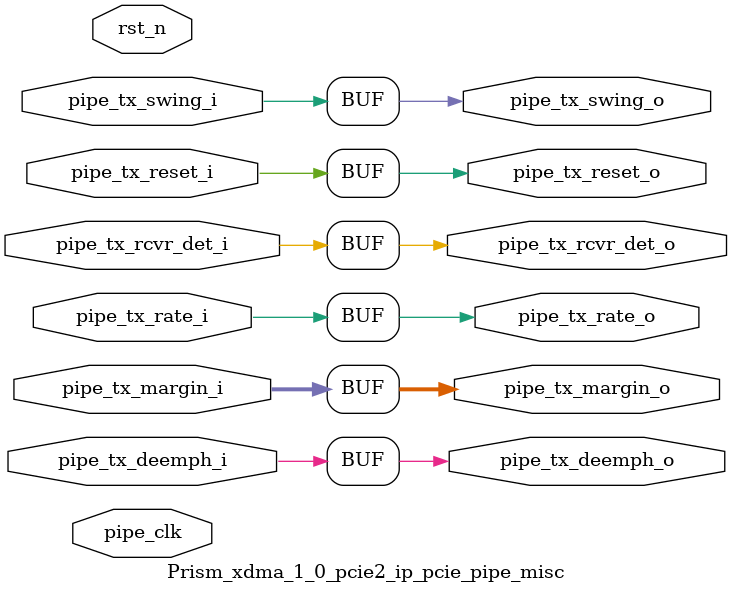
<source format=v>

`timescale 1ps/1ps

(* DowngradeIPIdentifiedWarnings = "yes" *)
module Prism_xdma_1_0_pcie2_ip_pcie_pipe_misc #
(
    parameter        PIPE_PIPELINE_STAGES = 0,    // 0 - 0 stages, 1 - 1 stage, 2 - 2 stages
    parameter TCQ  = 1 // synthesis warning solved: parameter declaration becomes local
)
(

    input   wire        pipe_tx_rcvr_det_i       ,     // PIPE Tx Receiver Detect
    input   wire        pipe_tx_reset_i          ,     // PIPE Tx Reset
    input   wire        pipe_tx_rate_i           ,     // PIPE Tx Rate
    input   wire        pipe_tx_deemph_i         ,     // PIPE Tx Deemphasis
    input   wire [2:0]  pipe_tx_margin_i         ,     // PIPE Tx Margin
    input   wire        pipe_tx_swing_i          ,     // PIPE Tx Swing

    output  wire        pipe_tx_rcvr_det_o       ,     // Pipelined PIPE Tx Receiver Detect
    output  wire        pipe_tx_reset_o          ,     // Pipelined PIPE Tx Reset
    output  wire        pipe_tx_rate_o           ,     // Pipelined PIPE Tx Rate
    output  wire        pipe_tx_deemph_o         ,     // Pipelined PIPE Tx Deemphasis
    output  wire [2:0]  pipe_tx_margin_o         ,     // Pipelined PIPE Tx Margin
    output  wire        pipe_tx_swing_o          ,     // Pipelined PIPE Tx Swing

    input   wire        pipe_clk                ,      // PIPE Clock
    input   wire        rst_n                          // Reset
);

//******************************************************************//
// Reality check.                                                   //
//******************************************************************//

//    parameter TCQ  = 1;      // clock to out delay model

    generate

    if (PIPE_PIPELINE_STAGES == 0) begin : pipe_stages_0

        assign pipe_tx_rcvr_det_o = pipe_tx_rcvr_det_i;
        assign pipe_tx_reset_o  = pipe_tx_reset_i;
        assign pipe_tx_rate_o = pipe_tx_rate_i;
        assign pipe_tx_deemph_o = pipe_tx_deemph_i;
        assign pipe_tx_margin_o = pipe_tx_margin_i;
        assign pipe_tx_swing_o = pipe_tx_swing_i;

    end // if (PIPE_PIPELINE_STAGES == 0)
    else if (PIPE_PIPELINE_STAGES == 1) begin : pipe_stages_1

    reg                pipe_tx_rcvr_det_q       ;
    reg                pipe_tx_reset_q          ;
    reg                pipe_tx_rate_q           ;
    reg                pipe_tx_deemph_q         ;
    reg [2:0]          pipe_tx_margin_q         ;
    reg                pipe_tx_swing_q          ;

        always @(posedge pipe_clk) begin

        if (rst_n)
        begin

            pipe_tx_rcvr_det_q <= #TCQ 0;
            pipe_tx_reset_q  <= #TCQ 1'b1;
            pipe_tx_rate_q <= #TCQ 0;
            pipe_tx_deemph_q <= #TCQ 1'b1;
            pipe_tx_margin_q <= #TCQ 0;
            pipe_tx_swing_q <= #TCQ 0;

        end
        else
        begin

            pipe_tx_rcvr_det_q <= #TCQ pipe_tx_rcvr_det_i;
            pipe_tx_reset_q  <= #TCQ pipe_tx_reset_i;
            pipe_tx_rate_q <= #TCQ pipe_tx_rate_i;
            pipe_tx_deemph_q <= #TCQ pipe_tx_deemph_i;
            pipe_tx_margin_q <= #TCQ pipe_tx_margin_i;
            pipe_tx_swing_q <= #TCQ pipe_tx_swing_i;

          end

        end

        assign pipe_tx_rcvr_det_o = pipe_tx_rcvr_det_q;
        assign pipe_tx_reset_o  = pipe_tx_reset_q;
        assign pipe_tx_rate_o = pipe_tx_rate_q;
        assign pipe_tx_deemph_o = pipe_tx_deemph_q;
        assign pipe_tx_margin_o = pipe_tx_margin_q;
        assign pipe_tx_swing_o = pipe_tx_swing_q;

    end // if (PIPE_PIPELINE_STAGES == 1)
    else if (PIPE_PIPELINE_STAGES == 2) begin : pipe_stages_2

    reg                pipe_tx_rcvr_det_q       ;
    reg                pipe_tx_reset_q          ;
    reg                pipe_tx_rate_q           ;
    reg                pipe_tx_deemph_q         ;
    reg [2:0]          pipe_tx_margin_q         ;
    reg                pipe_tx_swing_q          ;

    reg                pipe_tx_rcvr_det_qq      ;
    reg                pipe_tx_reset_qq         ;
    reg                pipe_tx_rate_qq          ;
    reg                pipe_tx_deemph_qq        ;
    reg [2:0]          pipe_tx_margin_qq        ;
    reg                pipe_tx_swing_qq         ;

        always @(posedge pipe_clk) begin

        if (rst_n)
        begin

            pipe_tx_rcvr_det_q <= #TCQ 0;
            pipe_tx_reset_q  <= #TCQ 1'b1;
            pipe_tx_rate_q <= #TCQ 0;
            pipe_tx_deemph_q <= #TCQ 1'b1;
            pipe_tx_margin_q <= #TCQ 0;
            pipe_tx_swing_q <= #TCQ 0;

            pipe_tx_rcvr_det_qq <= #TCQ 0;
            pipe_tx_reset_qq  <= #TCQ 1'b1;
            pipe_tx_rate_qq <= #TCQ 0;
            pipe_tx_deemph_qq <= #TCQ 1'b1;
            pipe_tx_margin_qq <= #TCQ 0;
            pipe_tx_swing_qq <= #TCQ 0;

        end
        else
        begin

            pipe_tx_rcvr_det_q <= #TCQ pipe_tx_rcvr_det_i;
            pipe_tx_reset_q  <= #TCQ pipe_tx_reset_i;
            pipe_tx_rate_q <= #TCQ pipe_tx_rate_i;
            pipe_tx_deemph_q <= #TCQ pipe_tx_deemph_i;
            pipe_tx_margin_q <= #TCQ pipe_tx_margin_i;
            pipe_tx_swing_q <= #TCQ pipe_tx_swing_i;

            pipe_tx_rcvr_det_qq <= #TCQ pipe_tx_rcvr_det_q;
            pipe_tx_reset_qq  <= #TCQ pipe_tx_reset_q;
            pipe_tx_rate_qq <= #TCQ pipe_tx_rate_q;
            pipe_tx_deemph_qq <= #TCQ pipe_tx_deemph_q;
            pipe_tx_margin_qq <= #TCQ pipe_tx_margin_q;
            pipe_tx_swing_qq <= #TCQ pipe_tx_swing_q;

          end

        end

        assign pipe_tx_rcvr_det_o = pipe_tx_rcvr_det_qq;
        assign pipe_tx_reset_o  = pipe_tx_reset_qq;
        assign pipe_tx_rate_o = pipe_tx_rate_qq;
        assign pipe_tx_deemph_o = pipe_tx_deemph_qq;
        assign pipe_tx_margin_o = pipe_tx_margin_qq;
        assign pipe_tx_swing_o = pipe_tx_swing_qq;

    end // if (PIPE_PIPELINE_STAGES == 2)

    endgenerate

endmodule


</source>
